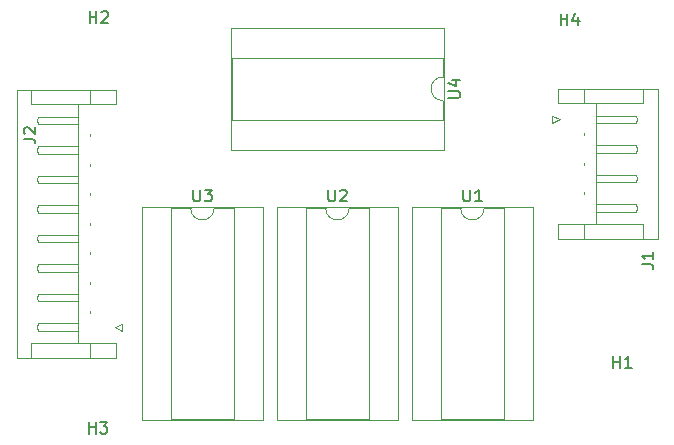
<source format=gbr>
%TF.GenerationSoftware,KiCad,Pcbnew,(6.0.6)*%
%TF.CreationDate,2022-11-12T01:05:56+05:30*%
%TF.ProjectId,exp11,65787031-312e-46b6-9963-61645f706362,rev?*%
%TF.SameCoordinates,Original*%
%TF.FileFunction,Legend,Top*%
%TF.FilePolarity,Positive*%
%FSLAX46Y46*%
G04 Gerber Fmt 4.6, Leading zero omitted, Abs format (unit mm)*
G04 Created by KiCad (PCBNEW (6.0.6)) date 2022-11-12 01:05:56*
%MOMM*%
%LPD*%
G01*
G04 APERTURE LIST*
%ADD10C,0.150000*%
%ADD11C,0.120000*%
G04 APERTURE END LIST*
D10*
%TO.C,U1*%
X126248095Y-99987380D02*
X126248095Y-100796904D01*
X126295714Y-100892142D01*
X126343333Y-100939761D01*
X126438571Y-100987380D01*
X126629047Y-100987380D01*
X126724285Y-100939761D01*
X126771904Y-100892142D01*
X126819523Y-100796904D01*
X126819523Y-99987380D01*
X127819523Y-100987380D02*
X127248095Y-100987380D01*
X127533809Y-100987380D02*
X127533809Y-99987380D01*
X127438571Y-100130238D01*
X127343333Y-100225476D01*
X127248095Y-100273095D01*
%TO.C,J2*%
X89012380Y-95693333D02*
X89726666Y-95693333D01*
X89869523Y-95740952D01*
X89964761Y-95836190D01*
X90012380Y-95979047D01*
X90012380Y-96074285D01*
X89107619Y-95264761D02*
X89060000Y-95217142D01*
X89012380Y-95121904D01*
X89012380Y-94883809D01*
X89060000Y-94788571D01*
X89107619Y-94740952D01*
X89202857Y-94693333D01*
X89298095Y-94693333D01*
X89440952Y-94740952D01*
X90012380Y-95312380D01*
X90012380Y-94693333D01*
%TO.C,J1*%
X141342380Y-106293333D02*
X142056666Y-106293333D01*
X142199523Y-106340952D01*
X142294761Y-106436190D01*
X142342380Y-106579047D01*
X142342380Y-106674285D01*
X142342380Y-105293333D02*
X142342380Y-105864761D01*
X142342380Y-105579047D02*
X141342380Y-105579047D01*
X141485238Y-105674285D01*
X141580476Y-105769523D01*
X141628095Y-105864761D01*
%TO.C,U4*%
X124977380Y-92211904D02*
X125786904Y-92211904D01*
X125882142Y-92164285D01*
X125929761Y-92116666D01*
X125977380Y-92021428D01*
X125977380Y-91830952D01*
X125929761Y-91735714D01*
X125882142Y-91688095D01*
X125786904Y-91640476D01*
X124977380Y-91640476D01*
X125310714Y-90735714D02*
X125977380Y-90735714D01*
X124929761Y-90973809D02*
X125644047Y-91211904D01*
X125644047Y-90592857D01*
%TO.C,H2*%
X94608095Y-85882380D02*
X94608095Y-84882380D01*
X94608095Y-85358571D02*
X95179523Y-85358571D01*
X95179523Y-85882380D02*
X95179523Y-84882380D01*
X95608095Y-84977619D02*
X95655714Y-84930000D01*
X95750952Y-84882380D01*
X95989047Y-84882380D01*
X96084285Y-84930000D01*
X96131904Y-84977619D01*
X96179523Y-85072857D01*
X96179523Y-85168095D01*
X96131904Y-85310952D01*
X95560476Y-85882380D01*
X96179523Y-85882380D01*
%TO.C,U3*%
X103388095Y-99987380D02*
X103388095Y-100796904D01*
X103435714Y-100892142D01*
X103483333Y-100939761D01*
X103578571Y-100987380D01*
X103769047Y-100987380D01*
X103864285Y-100939761D01*
X103911904Y-100892142D01*
X103959523Y-100796904D01*
X103959523Y-99987380D01*
X104340476Y-99987380D02*
X104959523Y-99987380D01*
X104626190Y-100368333D01*
X104769047Y-100368333D01*
X104864285Y-100415952D01*
X104911904Y-100463571D01*
X104959523Y-100558809D01*
X104959523Y-100796904D01*
X104911904Y-100892142D01*
X104864285Y-100939761D01*
X104769047Y-100987380D01*
X104483333Y-100987380D01*
X104388095Y-100939761D01*
X104340476Y-100892142D01*
%TO.C,H4*%
X134488095Y-86072380D02*
X134488095Y-85072380D01*
X134488095Y-85548571D02*
X135059523Y-85548571D01*
X135059523Y-86072380D02*
X135059523Y-85072380D01*
X135964285Y-85405714D02*
X135964285Y-86072380D01*
X135726190Y-85024761D02*
X135488095Y-85739047D01*
X136107142Y-85739047D01*
%TO.C,H3*%
X94548095Y-120632380D02*
X94548095Y-119632380D01*
X94548095Y-120108571D02*
X95119523Y-120108571D01*
X95119523Y-120632380D02*
X95119523Y-119632380D01*
X95500476Y-119632380D02*
X96119523Y-119632380D01*
X95786190Y-120013333D01*
X95929047Y-120013333D01*
X96024285Y-120060952D01*
X96071904Y-120108571D01*
X96119523Y-120203809D01*
X96119523Y-120441904D01*
X96071904Y-120537142D01*
X96024285Y-120584761D01*
X95929047Y-120632380D01*
X95643333Y-120632380D01*
X95548095Y-120584761D01*
X95500476Y-120537142D01*
%TO.C,H1*%
X138938095Y-115062380D02*
X138938095Y-114062380D01*
X138938095Y-114538571D02*
X139509523Y-114538571D01*
X139509523Y-115062380D02*
X139509523Y-114062380D01*
X140509523Y-115062380D02*
X139938095Y-115062380D01*
X140223809Y-115062380D02*
X140223809Y-114062380D01*
X140128571Y-114205238D01*
X140033333Y-114300476D01*
X139938095Y-114348095D01*
%TO.C,U2*%
X114818095Y-99987380D02*
X114818095Y-100796904D01*
X114865714Y-100892142D01*
X114913333Y-100939761D01*
X115008571Y-100987380D01*
X115199047Y-100987380D01*
X115294285Y-100939761D01*
X115341904Y-100892142D01*
X115389523Y-100796904D01*
X115389523Y-99987380D01*
X115818095Y-100082619D02*
X115865714Y-100035000D01*
X115960952Y-99987380D01*
X116199047Y-99987380D01*
X116294285Y-100035000D01*
X116341904Y-100082619D01*
X116389523Y-100177857D01*
X116389523Y-100273095D01*
X116341904Y-100415952D01*
X115770476Y-100987380D01*
X116389523Y-100987380D01*
D11*
%TO.C,U1*%
X132150000Y-119495000D02*
X132150000Y-101475000D01*
X121870000Y-101475000D02*
X121870000Y-119495000D01*
X124360000Y-119435000D02*
X129660000Y-119435000D01*
X124360000Y-101535000D02*
X124360000Y-119435000D01*
X126010000Y-101535000D02*
X124360000Y-101535000D01*
X132150000Y-101475000D02*
X121870000Y-101475000D01*
X129660000Y-119435000D02*
X129660000Y-101535000D01*
X129660000Y-101535000D02*
X128010000Y-101535000D01*
X121870000Y-119495000D02*
X132150000Y-119495000D01*
X126010000Y-101535000D02*
G75*
G03*
X128010000Y-101535000I1000000J0D01*
G01*
%TO.C,J2*%
X93660000Y-99440000D02*
X90240000Y-99440000D01*
X93660000Y-108800000D02*
X93660000Y-109120000D01*
X96860000Y-113010000D02*
X96860000Y-114230000D01*
X89660000Y-91510000D02*
X89660000Y-92730000D01*
X90240000Y-111300000D02*
X93660000Y-111300000D01*
X96860000Y-91510000D02*
X96860000Y-92730000D01*
X93660000Y-96620000D02*
X93660000Y-96940000D01*
X90160000Y-106620000D02*
X90240000Y-106300000D01*
X90160000Y-94120000D02*
X90240000Y-93800000D01*
X90240000Y-93800000D02*
X93660000Y-93800000D01*
X90240000Y-111940000D02*
X90160000Y-111620000D01*
X94660000Y-107950000D02*
X94660000Y-107790000D01*
X93660000Y-94120000D02*
X93660000Y-94440000D01*
X88440000Y-114230000D02*
X88440000Y-91510000D01*
X93660000Y-103800000D02*
X93660000Y-104120000D01*
X90160000Y-101620000D02*
X90240000Y-101300000D01*
X94660000Y-110450000D02*
X94660000Y-110290000D01*
X90240000Y-104440000D02*
X90160000Y-104120000D01*
X93660000Y-109440000D02*
X90240000Y-109440000D01*
X94660000Y-105450000D02*
X94660000Y-105290000D01*
X93660000Y-109120000D02*
X93660000Y-109440000D01*
X94660000Y-113010000D02*
X94660000Y-114230000D01*
X90240000Y-96940000D02*
X90160000Y-96620000D01*
X93660000Y-113010000D02*
X93660000Y-92730000D01*
X93660000Y-104440000D02*
X90240000Y-104440000D01*
X90240000Y-103800000D02*
X93660000Y-103800000D01*
X93660000Y-106620000D02*
X93660000Y-106940000D01*
X90240000Y-94440000D02*
X90160000Y-94120000D01*
X90240000Y-106940000D02*
X90160000Y-106620000D01*
X90160000Y-96620000D02*
X90240000Y-96300000D01*
X93660000Y-106300000D02*
X93660000Y-106620000D01*
X90240000Y-99440000D02*
X90160000Y-99120000D01*
X90160000Y-111620000D02*
X90240000Y-111300000D01*
X89660000Y-113010000D02*
X94660000Y-113010000D01*
X90240000Y-98800000D02*
X93660000Y-98800000D01*
X93660000Y-93800000D02*
X93660000Y-94120000D01*
X97350000Y-111920000D02*
X97350000Y-111320000D01*
X90240000Y-101300000D02*
X93660000Y-101300000D01*
X94660000Y-95450000D02*
X94660000Y-95290000D01*
X93660000Y-111940000D02*
X90240000Y-111940000D01*
X90160000Y-104120000D02*
X90240000Y-103800000D01*
X94660000Y-102950000D02*
X94660000Y-102790000D01*
X93660000Y-101300000D02*
X93660000Y-101620000D01*
X93660000Y-106940000D02*
X90240000Y-106940000D01*
X89660000Y-92730000D02*
X94660000Y-92730000D01*
X90160000Y-99120000D02*
X90240000Y-98800000D01*
X93660000Y-99120000D02*
X93660000Y-99440000D01*
X90160000Y-109120000D02*
X90240000Y-108800000D01*
X94660000Y-97950000D02*
X94660000Y-97790000D01*
X90240000Y-109440000D02*
X90160000Y-109120000D01*
X90240000Y-101940000D02*
X90160000Y-101620000D01*
X93660000Y-94440000D02*
X90240000Y-94440000D01*
X93660000Y-111300000D02*
X93660000Y-111620000D01*
X93660000Y-101940000D02*
X90240000Y-101940000D01*
X88440000Y-91510000D02*
X96860000Y-91510000D01*
X97350000Y-111320000D02*
X96750000Y-111620000D01*
X96860000Y-92730000D02*
X94660000Y-92730000D01*
X94660000Y-100450000D02*
X94660000Y-100290000D01*
X93660000Y-101620000D02*
X93660000Y-101940000D01*
X96750000Y-111620000D02*
X97350000Y-111920000D01*
X89660000Y-114230000D02*
X89660000Y-113010000D01*
X93660000Y-98800000D02*
X93660000Y-99120000D01*
X93660000Y-96940000D02*
X90240000Y-96940000D01*
X96860000Y-114230000D02*
X88440000Y-114230000D01*
X90240000Y-106300000D02*
X93660000Y-106300000D01*
X90240000Y-96300000D02*
X93660000Y-96300000D01*
X93660000Y-111620000D02*
X93660000Y-111940000D01*
X90240000Y-108800000D02*
X93660000Y-108800000D01*
X93660000Y-104120000D02*
X93660000Y-104440000D01*
X94660000Y-92730000D02*
X94660000Y-91510000D01*
X93660000Y-96300000D02*
X93660000Y-96620000D01*
X94660000Y-113010000D02*
X96860000Y-113010000D01*
%TO.C,J1*%
X140907500Y-94360000D02*
X137487500Y-94360000D01*
X137487500Y-98720000D02*
X140907500Y-98720000D01*
X137487500Y-101220000D02*
X140907500Y-101220000D01*
X140907500Y-96220000D02*
X140987500Y-96540000D01*
X133797500Y-93740000D02*
X133797500Y-94340000D01*
X134287500Y-104150000D02*
X134287500Y-102930000D01*
X140987500Y-96540000D02*
X140907500Y-96860000D01*
X141487500Y-92650000D02*
X136487500Y-92650000D01*
X137487500Y-96860000D02*
X137487500Y-96540000D01*
X134287500Y-102930000D02*
X136487500Y-102930000D01*
X136487500Y-95210000D02*
X136487500Y-95370000D01*
X137487500Y-99040000D02*
X137487500Y-98720000D01*
X136487500Y-92650000D02*
X136487500Y-91430000D01*
X137487500Y-92650000D02*
X137487500Y-102930000D01*
X140907500Y-96860000D02*
X137487500Y-96860000D01*
X140907500Y-98720000D02*
X140987500Y-99040000D01*
X142707500Y-104150000D02*
X134287500Y-104150000D01*
X136487500Y-97710000D02*
X136487500Y-97870000D01*
X140907500Y-101860000D02*
X137487500Y-101860000D01*
X141487500Y-104150000D02*
X141487500Y-102930000D01*
X133797500Y-94340000D02*
X134397500Y-94040000D01*
X140907500Y-99360000D02*
X137487500Y-99360000D01*
X142707500Y-91430000D02*
X142707500Y-104150000D01*
X137487500Y-93720000D02*
X140907500Y-93720000D01*
X136487500Y-100210000D02*
X136487500Y-100370000D01*
X140987500Y-94040000D02*
X140907500Y-94360000D01*
X137487500Y-101860000D02*
X137487500Y-101540000D01*
X141487500Y-91430000D02*
X141487500Y-92650000D01*
X140987500Y-101540000D02*
X140907500Y-101860000D01*
X137487500Y-94360000D02*
X137487500Y-94040000D01*
X134397500Y-94040000D02*
X133797500Y-93740000D01*
X137487500Y-94040000D02*
X137487500Y-93720000D01*
X137487500Y-101540000D02*
X137487500Y-101220000D01*
X136487500Y-92650000D02*
X134287500Y-92650000D01*
X140907500Y-93720000D02*
X140987500Y-94040000D01*
X137487500Y-99360000D02*
X137487500Y-99040000D01*
X134287500Y-92650000D02*
X134287500Y-91430000D01*
X137487500Y-96220000D02*
X140907500Y-96220000D01*
X136487500Y-102930000D02*
X136487500Y-104150000D01*
X140987500Y-99040000D02*
X140907500Y-99360000D01*
X134287500Y-91430000D02*
X142707500Y-91430000D01*
X141487500Y-102930000D02*
X136487500Y-102930000D01*
X140907500Y-101220000D02*
X140987500Y-101540000D01*
X137487500Y-96540000D02*
X137487500Y-96220000D01*
%TO.C,U4*%
X124525000Y-90450000D02*
X124525000Y-88800000D01*
X124585000Y-86310000D02*
X106565000Y-86310000D01*
X124585000Y-96590000D02*
X124585000Y-86310000D01*
X124525000Y-88800000D02*
X106625000Y-88800000D01*
X106565000Y-96590000D02*
X124585000Y-96590000D01*
X106625000Y-94100000D02*
X124525000Y-94100000D01*
X124525000Y-94100000D02*
X124525000Y-92450000D01*
X106625000Y-88800000D02*
X106625000Y-94100000D01*
X106565000Y-86310000D02*
X106565000Y-96590000D01*
X124525000Y-90450000D02*
G75*
G03*
X124525000Y-92450000I0J-1000000D01*
G01*
%TO.C,U3*%
X101500000Y-119435000D02*
X106800000Y-119435000D01*
X109290000Y-119495000D02*
X109290000Y-101475000D01*
X99010000Y-101475000D02*
X99010000Y-119495000D01*
X103150000Y-101535000D02*
X101500000Y-101535000D01*
X99010000Y-119495000D02*
X109290000Y-119495000D01*
X109290000Y-101475000D02*
X99010000Y-101475000D01*
X106800000Y-101535000D02*
X105150000Y-101535000D01*
X106800000Y-119435000D02*
X106800000Y-101535000D01*
X101500000Y-101535000D02*
X101500000Y-119435000D01*
X103150000Y-101535000D02*
G75*
G03*
X105150000Y-101535000I1000000J0D01*
G01*
%TO.C,U2*%
X110440000Y-119495000D02*
X120720000Y-119495000D01*
X110440000Y-101475000D02*
X110440000Y-119495000D01*
X120720000Y-101475000D02*
X110440000Y-101475000D01*
X114580000Y-101535000D02*
X112930000Y-101535000D01*
X112930000Y-101535000D02*
X112930000Y-119435000D01*
X118230000Y-101535000D02*
X116580000Y-101535000D01*
X112930000Y-119435000D02*
X118230000Y-119435000D01*
X120720000Y-119495000D02*
X120720000Y-101475000D01*
X118230000Y-119435000D02*
X118230000Y-101535000D01*
X114580000Y-101535000D02*
G75*
G03*
X116580000Y-101535000I1000000J0D01*
G01*
%TD*%
M02*

</source>
